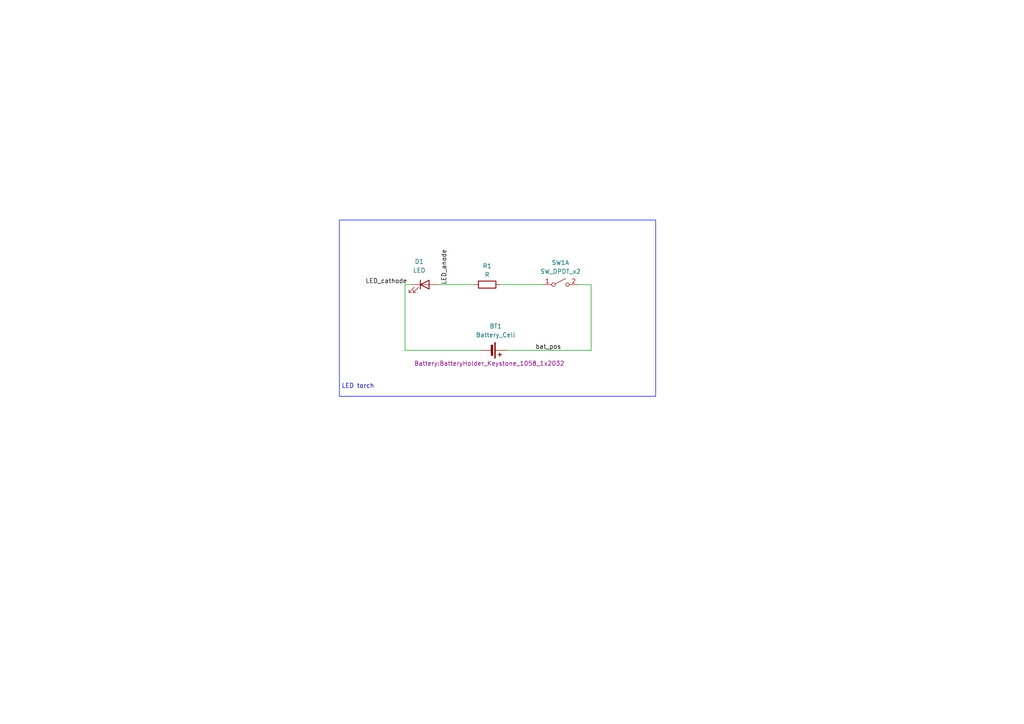
<source format=kicad_sch>
(kicad_sch (version 20231120) (generator "eeschema") (generator_version "8.0")
  (paper "A4")
  (title_block (title "LED torch") (date "2025-02-24") (rev "1") (company "Sparks"))
  (lib_symbols
    (symbol "Device:Battery_Cell" (pin_numbers hide) (pin_names (offset 0) hide)
      (property "Reference" "BT" (at 2.54 2.54 0))
      (property "Value" "Battery_Cell" (at 2.54 0 0))
      (symbol "Battery_Cell_0_1"
        (rectangle (start -2.286 1.778) (end 2.286 1.524) (fill (type outline)))
        (rectangle (start -1.524 1.016) (end 1.524 0.508) (fill (type outline)))
        (polyline (pts (xy 0 0.762) (xy 0 0)))
        (polyline (pts (xy 0 1.778) (xy 0 2.54)))
        (polyline (pts (xy 0.762 3.048) (xy 1.778 3.048)) (stroke (width 0.254)))
        (polyline (pts (xy 1.27 3.556) (xy 1.27 2.54)) (stroke (width 0.254)))
      )
      (symbol "Battery_Cell_1_1"
        (pin passive line (at 0 5.08 270) (length 2.54) (name "+") (number "1"))
        (pin passive line (at 0 -2.54 90) (length 2.54) (name "-") (number "2"))
      )
    )
    (symbol "Device:LED" (pin_numbers hide) (pin_names (offset 1.016) hide)
      (property "Reference" "D" (at 0 2.54 0))
      (property "Value" "LED" (at 0 -2.54 0))
      (symbol "LED_0_1"
        (polyline (pts (xy -1.27 -1.27) (xy -1.27 1.27)) (stroke (width 0.254)))
        (polyline (pts (xy -1.27 0) (xy 1.27 0)))
        (polyline (pts (xy 1.27 -1.27) (xy 1.27 1.27) (xy -1.27 0) (xy 1.27 -1.27)) (stroke (width 0.254)))
        (polyline (pts (xy -3.048 -0.762) (xy -4.572 -2.286) (xy -3.81 -2.286) (xy -4.572 -2.286) (xy -4.572 -1.524)))
        (polyline (pts (xy -1.778 -0.762) (xy -3.302 -2.286) (xy -2.54 -2.286) (xy -3.302 -2.286) (xy -3.302 -1.524)))
      )
      (symbol "LED_1_1"
        (pin passive line (at -3.81 0 0) (length 2.54) (name "K") (number "1"))
        (pin passive line (at 3.81 0 180) (length 2.54) (name "A") (number "2"))
      )
    )
    (symbol "Device:R" (pin_numbers hide) (pin_names (offset 0))
      (property "Reference" "R" (at 2.032 0 90))
      (property "Value" "R" (at 0 0 90))
      (symbol "R_0_1"
        (rectangle (start -1.016 -2.54) (end 1.016 2.54) (stroke (width 0.254)))
      )
      (symbol "R_1_1"
        (pin passive line (at 0 3.81 270) (length 1.27) (name "~") (number "1"))
        (pin passive line (at 0 -3.81 90) (length 1.27) (name "~") (number "2"))
      )
    )
    (symbol "Switch:SW_DPST_x2" (pin_names (offset 0) hide)
      (property "Reference" "SW" (at 0 3.175 0))
      (property "Value" "SW_DPST_x2" (at 0 -2.54 0))
      (symbol "SW_DPST_x2_0_0"
        (circle (center -2.032 0) (radius 0.508))
        (polyline (pts (xy -1.524 0.254) (xy 1.524 1.778)))
        (circle (center 2.032 0) (radius 0.508))
      )
      (symbol "SW_DPST_x2_1_1"
        (pin passive line (at -5.08 0 0) (length 2.54) (name "A") (number "1"))
        (pin passive line (at 5.08 0 180) (length 2.54) (name "B") (number "2"))
      )
      (symbol "SW_DPST_x2_2_1"
        (pin passive line (at -5.08 0 0) (length 2.54) (name "A") (number "3"))
        (pin passive line (at 5.08 0 180) (length 2.54) (name "B") (number "4"))
      )
    )
  )
  (wire (pts (xy 117.475 101.6) (xy 117.475 82.55)))
  (wire (pts (xy 145.0975 82.55) (xy 157.48 82.55)))
  (wire (pts (xy 127 82.55) (xy 137.4775 82.55)))
  (wire (pts (xy 117.475 82.55) (xy 119.38 82.55)))
  (wire (pts (xy 147.0025 101.6) (xy 171.45 101.6)))
  (wire (pts (xy 171.45 82.55) (xy 167.64 82.55)))
  (wire (pts (xy 139.3825 101.6) (xy 117.475 101.6)))
  (wire (pts (xy 171.45 82.55) (xy 171.45 101.6)))
  (rectangle (start 98.425 63.8175) (end 190.1825 114.935))
  (text "LED torch" (at 103.8225 112.0775 0) (effects (font (size 1.27 1.27))))
  (label "LED_cathode" (at 118.11 82.55 180))
  (label "bat_pos" (at 155.2575 101.6 0))
  (label "LED_anode" (at 129.8575 82.55 90))
  (symbol (lib_id "Device:R") (at 141.2875 82.55 90) (unit 1)
    (property "Reference" "R1" (at 141.2875 77.1525 90))
    (property "Value" "R" (at 141.2875 79.6925 90))
    (property "Footprint" "Resistor_THT:R_Axial_DIN0204_L3.6mm_D1.6mm_P7.62mm_Horizontal" (effects (hide yes)))
    (property "Description" "Resistor" (effects (hide yes)))
  )
  (symbol (lib_id "Device:LED") (at 123.19 82.55 0) (unit 1)
    (property "Reference" "D1" (at 121.6025 75.8825 0))
    (property "Value" "LED" (at 121.6025 78.4225 0))
    (property "Footprint" "LED_THT:LED_D5.0mm" (effects (hide yes)))
    (property "Description" "Light emitting diode" (effects (hide yes)))
  )
  (symbol (lib_id "Switch:SW_DPST_x2") (at 162.56 82.55 0) (unit 1)
    (property "Reference" "SW1" (at 162.56 76.2 0))
    (property "Value" "SW_DPDT_x2" (at 162.56 78.74 0))
    (property "Footprint" "Button_Switch_THT:SW_TH_Tactile_Omron_B3F-10xx" (effects (hide yes)))
    (property "Description" "Single Pole Single Throw (SPST) switch, separate symbol" (effects (hide yes)))
  )
  (symbol (lib_id "Device:Battery_Cell") (at 141.9225 101.6 270) (unit 1)
    (property "Reference" "BT1" (at 143.764 94.615 90))
    (property "Value" "Battery_Cell" (at 143.764 97.155 90))
    (property "Footprint" "Battery:BatteryHolder_Keystone_1058_1x2032" (at 141.9225 105.41 90))
    (property "Description" "Single-cell battery" (effects (hide yes)))
  )
)
</source>
